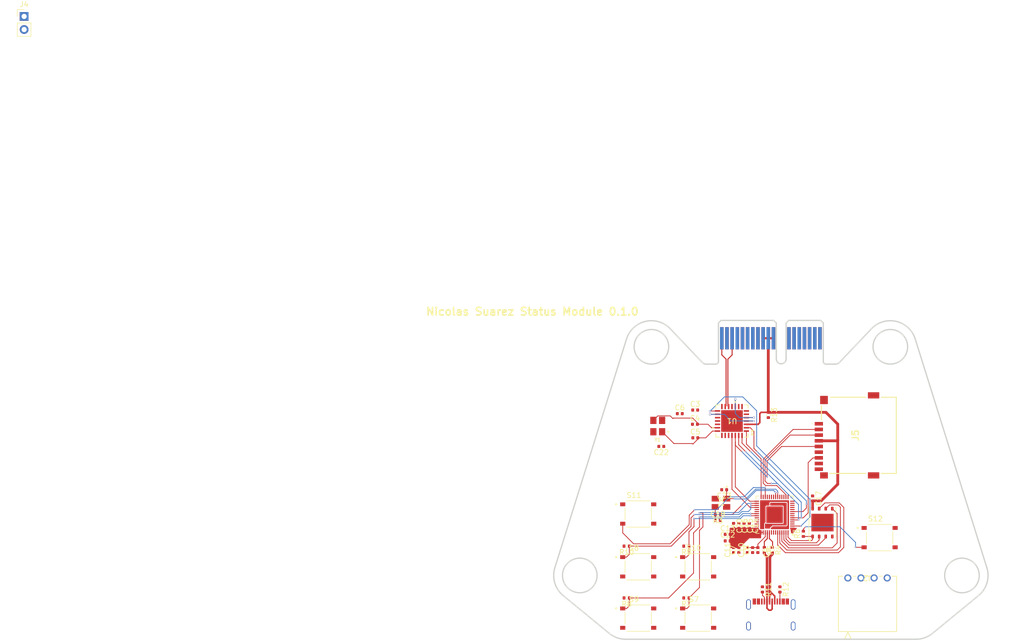
<source format=kicad_pcb>
(kicad_pcb (version 20241229) (generator "pcbnew") (generator_version "9.0")
  (layers (0 "F.Cu" signal) (2 "B.Cu" signal) (13 "F.Paste" user) (15 "B.Paste" user) (5 "F.SilkS" user "F.Silkscreen") (7 "B.SilkS" user "B.Silkscreen") (1 "F.Mask" user) (3 "B.Mask" user) (25 "Edge.Cuts" user))
  (net 0 "")
  (net 3 "+BAT")
  (net 4 "/OSC2")
  (net 5 "/OSC1")
  (net 11 "+1V1")
  (net 12 "/X_IN")
  (net 13 "Net-(C18-Pad1)")
  (net 15 "/CS_SD")
  (net 17 "GND")
  (net 18 "/MOSI")
  (net 19 "/MISO")
  (net 21 "/SCK")
  (net 25 "/X_OUT")
  (net 26 "Net-(U2-USB_DP)")
  (net 27 "/SWCLK")
  (net 28 "Net-(U2-USB_DM)")
  (net 29 "/QSPI_SS")
  (net 31 "/STBY")
  (net 32 "+3.3V")
  (net 33 "/TX")
  (net 34 "/RESET")
  (net 36 "+5V")
  (net 37 "/RX")
  (net 38 "/CS")
  (net 39 "/QSPI_SD0")
  (net 40 "/QSPI_SD3")
  (net 41 "/QSPI_SD1")
  (net 42 "/QSPI_CLK")
  (net 43 "/QSPI_SD2")
  (net 59 "/SCL")
  (net 60 "/SDA")
  (net 64 "/~{USB_BOOT_S}")
  (net 65 "Net-(U2-RUN)")
  (net 66 "/Push_B1")
  (net 67 "/Push_B2")
  (net 68 "/Push_B3")
  (net 69 "/Push_B4")
  (net 71 "/SWD")
  (net 74 "Net-(J6-CC2)")
  (net 75 "Net-(J6-CC1)")
  (net 76 "/CANL")
  (net 77 "/CANH")
  (net 78 "/INT")
  (net 79 "/USB_N")
  (net 80 "/USB_P")
  (footprint "Package_SON:WSON-8-1EP_6x5mm_P1.27mm_EP3.4x4.3mm" (layer "F.Cu") (at 156.4 99.83 90)
    (property "Reference" "U4" (hide yes))
    (property "Value" "W25Q128JVP" (hide yes))
  )
  (footprint "Capacitor_SMD:C_0402_1005Metric" (layer "F.Cu") (at 141.224 100.457 -90)
    (property "Reference" "C15")
    (property "Value" "100 nF")
  )
  (footprint "Capacitor_SMD:C_0402_1005Metric" (layer "F.Cu") (at 140.208 105.156 90)
    (property "Reference" "C7")
    (property "Value" "1 uF")
  )
  (footprint "Resistor_SMD:R_0402_1005Metric" (layer "F.Cu") (at 145.923 78.996 -90)
    (property "Reference" "R13")
    (property "Value" "10K")
  )
  (footprint "Resistor_SMD:R_0402_1005Metric" (layer "F.Cu") (at 118.491 114.427 180)
    (property "Reference" "R8")
    (property "Value" "10K")
  )
  (footprint "Resistor_SMD:R_0402_1005Metric" (layer "F.Cu") (at 130.048 114.427 180)
    (property "Reference" "R7")
    (property "Value" "10K")
  )
  (footprint "Capacitor_SMD:C_0402_1005Metric" (layer "F.Cu") (at 131.7828 83.4178)
    (property "Reference" "C5")
    (property "Value" "100 nF")
  )
  (footprint "Nicolas Library:SW_TS-1187A-B-A-B" (layer "F.Cu") (at 167.4695 102.743)
    (property "Reference" "S12")
    (property "Value" "TS-1187A-B-A-B")
  )
  (footprint "Capacitor_SMD:C_0402_1005Metric" (layer "F.Cu") (at 138.049 103.378)
    (property "Reference" "C12")
    (property "Value" "100 nF")
  )
  (footprint "Capacitor_SMD:C_0402_1005Metric" (layer "F.Cu") (at 141.859 105.156 90)
    (property "Reference" "C10")
    (property "Value" "100 nF")
  )
  (footprint "Resistor_SMD:R_0402_1005Metric" (layer "F.Cu") (at 136.16 98.298 180)
    (property "Reference" "R3")
    (property "Value" "1k")
  )
  (footprint "Capacitor_SMD:C_0402_1005Metric" (layer "F.Cu") (at 125.194 85.09 180)
    (property "Reference" "C22")
    (property "Value" "22 pF")
  )
  (footprint "Capacitor_SMD:C_0402_1005Metric" (layer "F.Cu") (at 143.891 105.156 90)
    (property "Reference" "C9")
    (property "Value" "1 uF")
  )
  (footprint "Capacitor_SMD:C_0402_1005Metric" (layer "F.Cu") (at 142.24 100.457 -90)
    (property "Reference" "C14")
    (property "Value" "100 nF")
  )
  (footprint "Nicolas Library:CONN_PPTC041LGBN-RC_SUL" (layer "F.Cu") (at 161.32 110.55 180)
    (property "Reference" "J2")
    (property "Value" "PPTC041LGBN-RC")
  )
  (footprint "Resistor_SMD:R_0402_1005Metric" (layer "F.Cu") (at 130.048 104.394 180)
    (property "Reference" "R9")
    (property "Value" "10K")
  )
  (footprint "Nicolas Library:SW_TS-1187A-B-A-B" (layer "F.Cu") (at 132.334 118.33)
    (property "Reference" "S7")
    (property "Value" "TS-1187A-B-A-B")
  )
  (footprint "Connector_USB:USB_C_Receptacle_Palconn_UTC16-G" (layer "F.Cu") (at 146.41 117.625)
    (property "Reference" "J6" (hide yes))
    (property "Value" "USB_C_Receptacle_USB2.0_16P" (hide yes))
  )
  (footprint "challenge_template:ABM8-272-T3_ABR" (layer "F.Cu") (at 136.75 96 -90)
    (property "Reference" "X1")
    (property "Value" "ABM8-272-T3")
  )
  (footprint "Capacitor_SMD:C_0402_1005Metric" (layer "F.Cu") (at 131.7078 80.7928)
    (property "Reference" "C4")
    (property "Value" "100 nF")
  )
  (footprint "Resistor_SMD:R_0402_1005Metric" (layer "F.Cu") (at 145.15 105.156 -90)
    (property "Reference" "R5")
    (property "Value" "27")
  )
  (footprint "Capacitor_SMD:C_0402_1005Metric" (layer "F.Cu") (at 136.13 99.3902)
    (property "Reference" "C18")
    (property "Value" "15 pF")
  )
  (footprint "Capacitor_SMD:C_0402_1005Metric" (layer "F.Cu") (at 128.778 78.74)
    (property "Reference" "C6")
    (property "Value" "22 pF")
  )
  (footprint "Nicolas Library:SW_TS-1187A-B-A-B" (layer "F.Cu") (at 120.727 118.33)
    (property "Reference" "S9")
    (property "Value" "TS-1187A-B-A-B")
  )
  (footprint "Capacitor_SMD:C_0402_1005Metric" (layer "F.Cu") (at 154.495 95.151 -90)
    (property "Reference" "C17")
    (property "Value" "100 nF")
  )
  (footprint "Capacitor_SMD:C_0402_1005Metric" (layer "F.Cu") (at 138.049 102.108)
    (property "Reference" "C13")
    (property "Value" "100 nF")
  )
  (footprint "challenge_template:QFN28_6X6MC_MCH" (layer "F.Cu") (at 138.88 80.164 180)
    (property "Reference" "U1")
    (property "Value" "MCP25625T-E/ML")
  )
  (footprint "challenge_template:OSC_X322516MLB4SI" (layer "F.Cu") (at 124.5078 81.1428 180)
    (property "Reference" "Y1")
    (property "Value" "X322516MLB4SI")
  )
  (footprint "Capacitor_SMD:C_0402_1005Metric" (layer "F.Cu") (at 139.192 100.457 -90)
    (property "Reference" "C20")
    (property "Value" "100 nF")
  )
  (footprint "Resistor_SMD:R_0402_1005Metric" (layer "F.Cu") (at 146.685 105.156 -90)
    (property "Reference" "R4")
    (property "Value" "27")
  )
  (footprint "Nicolas Library:SW_TS-1187A-B-A-B" (layer "F.Cu") (at 120.727 98.171)
    (property "Reference" "S11")
    (property "Value" "TS-1187A-B-A-B")
  )
  (footprint "Package_DFN_QFN:QFN-56-1EP_7x7mm_P0.4mm_EP3.2x3.2mm" (layer "F.Cu") (at 147.13 98.3025 180)
    (property "Reference" "U2" (hide yes))
    (property "Value" "RP2040" (hide yes))
  )
  (footprint "Connector_PinHeader_2.54mm:PinHeader_1x02_P2.54mm_Vertical" (layer "F.Cu") (at 1.825 1.825)
    (property "Reference" "J4")
    (property "Value" "Conn_01x02")
  )
  (footprint "Nicolas Library:TF115BCP9" (layer "F.Cu") (at 163.449 82.946 90)
    (property "Reference" "J5")
    (property "Value" "TF-115-BCP9" (hide yes))
  )
  (footprint "Resistor_SMD:R_0402_1005Metric" (layer "F.Cu") (at 118.491 104.394 180)
    (property "Reference" "R10")
    (property "Value" "10K")
  )
  (footprint "Resistor_SMD:R_0402_1005Metric" (layer "F.Cu") (at 144.78 112.776 -90)
    (property "Reference" "R11")
    (property "Value" "5.1K")
  )
  (footprint "Resistor_SMD:R_0402_1005Metric" (layer "F.Cu") (at 152.7048 102.0064 90)
    (property "Reference" "R6")
    (property "Value" "1k")
  )
  (footprint "Resistor_SMD:R_0402_1005Metric" (layer "F.Cu") (at 148.16 112.776 -90)
    (property "Reference" "R12")
    (property "Value" "5.1K")
  )
  (footprint "Capacitor_SMD:C_0402_1005Metric" (layer "F.Cu") (at 139.192 105.156 90)
    (property "Reference" "C11")
    (property "Value" "100 nF")
  )
  (footprint "Capacitor_SMD:C_0402_1005Metric" (layer "F.Cu") (at 137.37 93.472 180)
    (property "Reference" "C23")
    (property "Value" "15 pF")
  )
  (footprint "Nicolas Library:SW_TS-1187A-B-A-B" (layer "F.Cu") (at 120.727 108.3945)
    (property "Reference" "S8")
    (property "Value" "TS-1187A-B-A-B")
  )
  (footprint "Capacitor_SMD:C_0402_1005Metric" (layer "F.Cu") (at 142.875 105.156 90)
    (property "Reference" "C8")
    (property "Value" "100 nF")
  )
  (footprint "Capacitor_SMD:C_0402_1005Metric" (layer "F.Cu") (at 140.208 100.457 -90)
    (property "Reference" "C16")
    (property "Value" "100 nF")
  )
  (footprint "Nicolas Library:SW_TS-1187A-B-A-B" (layer "F.Cu") (at 132.334 108.3945)
    (property "Reference" "S10")
    (property "Value" "TS-1187A-B-A-B")
  )
  (footprint "Capacitor_SMD:C_0402_1005Metric" (layer "F.Cu") (at 131.7578 78.0428)
    (property "Reference" "C3")
    (property "Value" "100 nF")
  )
  (footprint "Connector_PCBEdge:BUS_PCIexpress_x1" (layer "B.Cu") (at 136.913 64.138595)
    (property "Reference" "J1" (hide yes))
    (property "Value" "Bus_PCI_Express_x1" (hide yes))
    (fp_line (start -0.65 -2.95) (end -0.65 4.506267) (stroke (width 0.25)) (layer "Edge.Cuts"))
    (fp_line (start -0.15 -3.45) (end -0.65 -2.95) (stroke (width 0.25)) (layer "Edge.Cuts"))
    (fp_line (start 10.05 -3.45) (end -0.15 -3.45) (stroke (width 0.25)) (layer "Edge.Cuts"))
    (fp_line (start 10.05 -3.45) (end 10.55 -2.95) (stroke (width 0.25)) (layer "Edge.Cuts"))
    (fp_line (start 10.55 -2.95) (end 10.55 4) (stroke (width 0.25)) (layer "Edge.Cuts"))
    (fp_line (start 12.45 -2.95) (end 12.45 4) (stroke (width 0.25)) (layer "Edge.Cuts"))
    (fp_line (start 12.95 -3.45) (end 12.45 -2.95) (stroke (width 0.25)) (layer "Edge.Cuts"))
    (fp_line (start 19.15 -3.45) (end 12.95 -3.45) (stroke (width 0.25)) (layer "Edge.Cuts"))
    (fp_line (start 19.15 -3.45) (end 19.65 -2.95) (stroke (width 0.25)) (layer "Edge.Cuts"))
    (fp_line (start 19.65 4.506267) (end 19.65 -2.95) (stroke (width 0.25)) (layer "Edge.Cuts"))
    (fp_arc (start 12.45 4) (mid 11.5 4.95) (end 10.55 4) (stroke (width 0.25)) (layer "Edge.Cuts"))
  )
  (gr_line (start 159.678146 68.835513) (end 165.883818 62.312636) (stroke (width 0.25)) (layer "Edge.Cuts"))
  (gr_line (start 133.143972 68.831791) (end 126.941843 62.312637) (stroke (width 0.25)) (layer "Edge.Cuts"))
  (gr_line (start 174.511605 122.419976) (end 118.31403 122.419976) (stroke (width 0.25)) (layer "Edge.Cuts"))
  (gr_circle (center 183.413305 110.068595) (end 180.063305 110.068595) (stroke (width 0.25)) (fill no) (layer "Edge.Cuts"))
  (gr_arc (start 159.678146 68.835513) (mid 159.347804 69.065283) (end 158.95364 69.146243) (stroke (width 0.25)) (layer "Edge.Cuts"))
  (gr_arc (start 188.23235 108.558858) (mid 188.252259 111.513246) (end 186.615928 113.973169) (stroke (width 0.25)) (layer "Edge.Cuts"))
  (gr_line (start 133.87203 69.146243) (end 135.755183 69.146243) (stroke (width 0.25)) (layer "Edge.Cuts"))
  (gr_arc (start 118.31403 122.419976) (mid 116.613396 122.125003) (end 115.111431 121.274551) (stroke (width 0.25)) (layer "Edge.Cuts"))
  (gr_line (start 158.95364 69.146243) (end 157.070478 69.146243) (stroke (width 0.25)) (layer "Edge.Cuts"))
  (gr_line (start 174.361605 64.283721) (end 174.361606 64.283721) (stroke (width 0.25)) (layer "Edge.Cuts"))
  (gr_line (start 186.615928 113.973169) (end 177.714231 121.274549) (stroke (width 0.25)) (layer "Edge.Cuts"))
  (gr_arc (start 133.87203 69.146243) (mid 133.475493 69.064276) (end 133.143972 68.831791) (stroke (width 0.25)) (layer "Edge.Cuts"))
  (gr_arc (start 165.883818 62.312636) (mid 170.686181 60.874652) (end 174.361605 64.283721) (stroke (width 0.25)) (layer "Edge.Cuts"))
  (gr_arc (start 118.464055 64.28372) (mid 122.13948 60.874652) (end 126.941843 62.312637) (stroke (width 0.25)) (layer "Edge.Cuts"))
  (gr_circle (center 109.412355 110.068595) (end 106.062355 110.068595) (stroke (width 0.25)) (fill no) (layer "Edge.Cuts"))
  (gr_arc (start 136.255183 68.646276) (mid 136.108734 68.999813) (end 135.755183 69.146243) (stroke (width 0.25)) (layer "Edge.Cuts"))
  (gr_line (start 174.361606 64.283721) (end 188.23235 108.558858) (stroke (width 0.25)) (layer "Edge.Cuts"))
  (gr_circle (center 169.54256 65.793456) (end 166.19256 65.793456) (stroke (width 0.25)) (fill no) (layer "Edge.Cuts"))
  (gr_circle (center 123.2831 65.793456) (end 119.9331 65.793456) (stroke (width 0.25)) (fill no) (layer "Edge.Cuts"))
  (gr_line (start 106.209767 113.973198) (end 115.111431 121.274551) (stroke (width 0.25)) (layer "Edge.Cuts"))
  (gr_line (start 118.464055 64.28372) (end 118.464054 64.28372) (stroke (width 0.25)) (layer "Edge.Cuts"))
  (gr_arc (start 157.070478 69.146243) (mid 156.716924 68.999796) (end 156.570477 68.646242) (stroke (width 0.25)) (layer "Edge.Cuts"))
  (gr_line (start 118.464054 64.28372) (end 104.588376 108.574607) (stroke (width 0.25)) (layer "Edge.Cuts"))
  (gr_arc (start 106.209767 113.973198) (mid 104.575789 111.521169) (end 104.588376 108.574607) (stroke (width 0.25)) (layer "Edge.Cuts"))
  (gr_arc (start 177.714231 121.274549) (mid 176.212253 122.125005) (end 174.511605 122.419976) (stroke (width 0.25)) (layer "Edge.Cuts"))
  (gr_text "Nicolas Suarez Status Module 0.1.0\n" (at 79.49 59.85 0) (layer "F.SilkS") (effects (font (size 1.5 1.5) (thickness 0.3) (bold yes)) (justify left bottom)))
  (segment (start 126.9188 79.1668) (end 124.5338 79.1668) (width 0.15) (layer "F.Cu") (net 4))
  (segment (start 134.2344 80.7928) (end 132.4828 80.7928) (width 0.15) (layer "F.Cu") (net 4))
  (segment (start 127.5588 79.6036) (end 127.4572 79.7052) (width 0.15) (layer "F.Cu") (net 4))
  (segment (start 124.5338 79.1668) (end 123.6578 80.0428) (width 0.15) (layer "F.Cu") (net 4))
  (segment (start 136.086 81.464) (end 134.944 81.464) (width 0.15) (layer "F.Cu") (net 4))
  (segment (start 134.944 81.464) (end 134.9248 81.4832) (width 0.15) (layer "F.Cu") (net 4))
  (segment (start 127.4572 79.7052) (end 126.9188 79.1668) (width 0.15) (layer "F.Cu") (net 4))
  (segment (start 132.4828 80.7928) (end 131.2936 79.6036) (width 0.15) (layer "F.Cu") (net 4))
  (segment (start 131.2936 79.6036) (end 127.5588 79.6036) (width 0.15) (layer "F.Cu") (net 4))
  (segment (start 134.9248 81.4832) (end 134.2344 80.7928) (width 0.15) (layer "F.Cu") (net 4))
  (segment (start 136.086 82.113999) (end 135.106801 82.113999) (width 0.15) (layer "F.Cu") (net 5))
  (segment (start 127.6096 84.4946) (end 125.3578 82.2428) (width 0.15) (layer "F.Cu") (net 5))
  (segment (start 132.5578 83.4178) (end 132.533 83.4178) (width 0.15) (layer "F.Cu") (net 5))
  (segment (start 131.2164 84.5312) (end 127.6096 84.5312) (width 0.15) (layer "F.Cu") (net 5))
  (segment (start 133.803 83.4178) (end 132.5578 83.4178) (width 0.15) (layer "F.Cu") (net 5))
  (segment (start 135.106801 82.113999) (end 133.803 83.4178) (width 0.15) (layer "F.Cu") (net 5))
  (segment (start 127.6096 84.5312) (end 127.6096 84.4946) (width 0.15) (layer "F.Cu") (net 5))
  (segment (start 132.533 83.4178) (end 131.318 84.6328) (width 0.15) (layer "F.Cu") (net 5))
  (segment (start 131.318 84.6328) (end 131.2164 84.5312) (width 0.15) (layer "F.Cu") (net 5))
  (segment (start 145.33 102.574) (end 145.33 101.74) (width 0.15) (layer "F.Cu") (net 11))
  (segment (start 143.891 104.013) (end 145.33 102.574) (width 0.15) (layer "F.Cu") (net 11))
  (segment (start 143.891 104.577) (end 143.891 104.013) (width 0.15) (layer "F.Cu") (net 11))
  (segment (start 141.859 104.676) (end 143.891 104.676) (width 0.15) (layer "F.Cu") (net 11))
  (segment (start 137.85 93.472) (end 137.85 95.199999) (width 0.15) (layer "F.Cu") (net 12))
  (segment (start 147.73 94.865) (end 147.73 94.009) (width 0.15) (layer "F.Cu") (net 12))
  (segment (start 139.268999 95.199999) (end 137.85 95.199999) (width 0.15) (layer "F.Cu") (net 12))
  (via (at 147.7264 93.98) (size 0.3) (drill 0.2) (layers "F.Cu" "B.Cu") (net 12))
  (via (at 139.3444 95.2246) (size 0.3) (drill 0.2) (layers "F.Cu" "B.Cu") (net 12))
  (segment (start 143.4592 93.3704) (end 147.3708 93.3704) (width 0.15) (layer "B.Cu") (net 12))
  (segment (start 147.3708 93.3704) (end 147.7264 93.726) (width 0.15) (layer "B.Cu") (net 12))
  (segment (start 147.7264 93.726) (end 147.7264 93.98) (width 0.15) (layer "B.Cu") (net 12))
  (segment (start 139.3698 95.25) (end 141.5796 95.25) (width 0.15) (layer "B.Cu") (net 12))
  (segment (start 141.5796 95.25) (end 143.4592 93.3704) (width 0.15) (layer "B.Cu") (net 12))
  (segment (start 139.3444 95.2246) (end 139.3698 95.25) (width 0.15) (layer "B.Cu") (net 12))
  (segment (start 135.65 99.3902) (end 135.65 98.298) (width 0.15) (layer "F.Cu") (net 13))
  (segment (start 135.65 98.298) (end 135.65 96.800001) (width 0.15) (layer "F.Cu") (net 13))
  (segment (start 144.9324 87.5792) (end 144.9324 92.202) (width 0.15) (layer "F.Cu") (net 15))
  (segment (start 150.7156 81.796) (end 144.9324 87.5792) (width 0.15) (layer "F.Cu") (net 15))
  (segment (start 145.3896 92.6592) (end 147.5617 92.6592) (width 0.15) (layer "F.Cu") (net 15))
  (segment (start 147.5617 92.6592) (end 149.33 94.4275) (width 0.15) (layer "F.Cu") (net 15))
  (segment (start 144.9324 92.202) (end 145.3896 92.6592) (width 0.15) (layer "F.Cu") (net 15))
  (segment (start 149.33 94.4275) (end 149.33 94.865) (width 0.15) (layer "F.Cu") (net 15))
  (segment (start 155.699 81.796) (end 150.7156 81.796) (width 0.15) (layer "F.Cu") (net 15))
  (segment (start 150.579 99.314) (end 150.5675 99.3025) (width 0.15) (layer "F.Cu") (net 18))
  (segment (start 155.699 82.896) (end 150.1236 82.896) (width 0.15) (layer "F.Cu") (net 18))
  (segment (start 141.5796 86.1314) (end 141.5542 86.1314) (width 0.15) (layer "F.Cu") (net 18))
  (segment (start 145.7452 92.2528) (end 146.4564 92.2528) (width 0.15) (layer "F.Cu") (net 18))
  (segment (start 151.765 99.314) (end 150.579 99.314) (width 0.15) (layer "F.Cu") (net 18))
  (segment (start 150.1236 82.896) (end 145.288 87.7316) (width 0.15) (layer "F.Cu") (net 18))
  (segment (start 140.18 84.7572) (end 140.18 82.958) (width 0.15) (layer "F.Cu") (net 18))
  (segment (start 145.288 87.7316) (end 145.288 91.7956) (width 0.15) (layer "F.Cu") (net 18))
  (segment (start 145.288 91.7956) (end 145.7452 92.2528) (width 0.15) (layer "F.Cu") (net 18))
  (segment (start 141.5542 86.1314) (end 140.18 84.7572) (width 0.15) (layer "F.Cu") (net 18))
  (via (at 151.7904 99.2632) (size 0.3) (drill 0.2) (layers "F.Cu" "B.Cu") (net 18))
  (via (at 141.5796 86.1314) (size 0.3) (drill 0.2) (layers "F.Cu" "B.Cu") (net 18))
  (via (at 146.5072 92.2528) (size 0.3) (drill 0.2) (layers "F.Cu" "B.Cu") (net 18))
  (segment (start 147.6248 92.202) (end 151.765 96.3422) (width 0.15) (layer "B.Cu") (net 18))
  (segment (start 141.5796 86.1314) (end 141.5796 86.1568) (width 0.15) (layer "B.Cu") (net 18))
  (segment (start 146.8628 91.44) (end 147.6248 92.202) (width 0.15) (layer "B.Cu") (net 18))
  (segment (start 146.5072 92.2528) (end 147.574 92.2528) (width 0.15) (layer "B.Cu") (net 18))
  (segment (start 146.7104 91.2876) (end 146.8628 91.44) (width 0.15) (layer "B.Cu") (net 18))
  (segment (start 141.5796 86.1568) (end 146.7104 91.2876) (width 0.15) (layer "B.Cu") (net 18))
  (segment (start 151.765 96.3422) (end 151.765 99.314) (width 0.15) (layer "B.Cu") (net 18))
  (segment (start 152.2984 98.9076) (end 152.6794 98.9076) (width 0.15) (layer "F.Cu") (net 19))
  (segment (start 150.57 98.9) (end 150.5675 98.9025) (width 0.2) (layer "F.Cu") (net 19))
  (segment (start 150.5675 98.9025) (end 152.273 98.9025) (width 0.15) (layer "F.Cu") (net 19))
  (segment (start 152.6794 98.9076) (end 153.6404 97.9466) (width 0.15) (layer "F.Cu") (net 19))
  (segment (start 153.6404 97.9466) (end 153.6404 88.2184) (width 0.15) (layer "F.Cu") (net 19))
  (segment (start 140.829999 84.441999) (end 140.829999 82.958) (width 0.15) (layer "F.Cu") (net 19))
  (segment (start 142.5194 86.1314) (end 140.829999 84.441999) (width 0.15) (layer "F.Cu") (net 19))
  (segment (start 153.6404 88.2184) (end 154.5628 87.296) (width 0.15) (layer "F.Cu") (net 19))
  (segment (start 154.5628 87.296) (end 155.699 87.296) (width 0.15) (layer "F.Cu") (net 19))
  (segment (start 142.5448 86.1314) (end 142.5194 86.1314) (width 0.15) (layer "F.Cu") (net 19))
  (via (at 142.5448 86.1314) (size 0.3) (drill 0.2) (layers "F.Cu" "B.Cu") (net 19))
  (via (at 152.2984 98.9076) (size 0.3) (drill 0.2) (layers "F.Cu" "B.Cu") (net 19))
  (segment (start 152.2984 95.885) (end 152.2984 98.9076) (width 0.15) (layer "B.Cu") (net 19))
  (segment (start 142.5448 86.1314) (end 152.2984 95.885) (width 0.15) (layer "B.Cu") (net 19))
  (segment (start 139.529999 84.201) (end 139.529999 84.709) (width 0.15) (layer "F.Cu") (net 21))
  (segment (start 148.4824 85.096) (end 145.669 87.9094) (width 0.15) (layer "F.Cu") (net 21))
  (segment (start 139.529999 92.920999) (end 142.3115 95.7025) (width 0.15) (layer "F.Cu") (net 21))
  (segment (start 155.699 85.096) (end 148.4824 85.096) (width 0.15) (layer "F.Cu") (net 21))
  (segment (start 139.529999 82.958) (end 139.529999 84.201) (width 0.15) (layer "F.Cu") (net 21))
  (segment (start 140.87475 86.20125) (end 139.529999 84.856499) (width 0.15) (layer "F.Cu") (net 21))
  (segment (start 139.529999 84.856499) (end 139.529999 84.201) (width 0.15) (layer "F.Cu") (net 21))
  (segment (start 142.3115 95.7025) (end 143.6925 95.7025) (width 0.15) (layer "F.Cu") (net 21))
  (segment (start 145.669 87.9094) (end 145.669 91.059) (width 0.15) (layer "F.Cu") (net 21))
  (segment (start 139.529999 84.709) (end 139.529999 92.920999) (width 0.15) (layer "F.Cu") (net 21))
  (via (at 145.669 91.059) (size 0.3) (drill 0.2) (layers "F.Cu" "B.Cu") (net 21))
  (via (at 140.87475 86.1314) (size 0.3) (drill 0.2) (layers "F.Cu" "B.Cu") (net 21))
  (segment (start 140.87475 86.21395) (end 145.669 91.0082) (width 0.15) (layer "B.Cu") (net 21))
  (segment (start 145.669 91.0082) (end 145.669 91.059) (width 0.15) (layer "B.Cu") (net 21))
  (segment (start 140.87475 86.20125) (end 140.87475 86.21395) (width 0.15) (layer "B.Cu") (net 21))
  (segment (start 147.32 94.855) (end 147.33 94.865) (width 0.15) (layer "F.Cu") (net 25))
  (segment (start 138.938 98.298) (end 140.752183 96.483817) (width 0.15) (layer "F.Cu") (net 25))
  (segment (start 136.67 98.298) (end 138.938 98.298) (width 0.15) (layer "F.Cu") (net 25))
  (segment (start 147.33 94.865) (end 147.33 93.99) (width 0.15) (layer "F.Cu") (net 25))
  (via (at 147.32 93.98) (size 0.3) (drill 0.2) (layers "F.Cu" "B.Cu") (net 25))
  (via (at 140.7668 96.4438) (size 0.3) (drill 0.2) (layers "F.Cu" "B.Cu") (net 25))
  (segment (start 147.32 93.98) (end 146.9644 93.6244) (width 0.15) (layer "B.Cu") (net 25))
  (segment (start 140.7668 96.4184) (end 140.7668 96.4438) (width 0.15) (layer "B.Cu") (net 25))
  (segment (start 146.9644 93.6244) (end 143.5608 93.6244) (width 0.15) (layer "B.Cu") (net 25))
  (segment (start 143.5608 93.6244) (end 140.7668 96.4184) (width 0.15) (layer "B.Cu") (net 25))
  (segment (start 146.74 104.646) (end 146.74 103.55) (width 0.2) (layer "F.Cu") (net 26))
  (segment (start 146.74 103.55) (end 146.13 102.94) (width 0.2) (layer "F.Cu") (net 26))
  (segment (start 146.13 102.94) (end 146.13 101.74) (width 0.2) (layer "F.Cu") (net 26))
  (segment (start 145.15 104.646) (end 145.15 103.51) (width 0.2) (layer "F.Cu") (net 28))
  (segment (start 145.73 102.93) (end 145.73 101.74) (width 0.2) (layer "F.Cu") (net 28))
  (segment (start 145.15 103.51) (end 145.73 102.93) (width 0.2) (layer "F.Cu") (net 28))
  (segment (start 149.73 102.66) (end 149.73 101.74) (width 0.15) (layer "F.Cu") (net 29))
  (segment (start 154.275 103.325) (end 150.395 103.325) (width 0.15) (layer "F.Cu") (net 29))
  (segment (start 154.495 103.105) (end 154.275 103.325) (width 0.15) (layer "F.Cu") (net 29))
  (segment (start 154.495 102.53) (end 154.495 103.105) (width 0.15) (layer "F.Cu") (net 29))
  (segment (start 152.7048 102.5164) (end 154.4814 102.5164) (width 0.15) (layer "F.Cu") (net 29))
  (segment (start 154.4814 102.5164) (end 154.495 102.53) (width 0.15) (layer "F.Cu") (net 29))
  (segment (start 150.395 103.325) (end 149.73 102.66) (width 0.15) (layer "F.Cu") (net 29))
  (segment (start 136.086 78.213999) (end 136.227599 78.213999) (width 0.15) (layer "F.Cu") (net 31))
  (segment (start 136.227599 78.213999) (end 136.2456 78.232) (width 0.15) (layer "F.Cu") (net 31))
  (segment (start 136.2456 78.232) (end 134.6708 78.232) (width 0.15) (layer "F.Cu") (net 31))
  (segment (start 134.6708 78.232) (end 134.62 78.2828) (width 0.15) (layer "F.Cu") (net 31))
  (segment (start 152.2275 100.5025) (end 150.5675 100.5025) (width 0.15) (layer "F.Cu") (net 31))
  (segment (start 152.2476 100.4824) (end 152.2275 100.5025) (width 0.15) (layer "F.Cu") (net 31))
  (via (at 134.62 78.2828) (size 0.4) (drill 0.3) (layers "F.Cu" "B.Cu") (net 31))
  (via (at 152.2476 100.5332) (size 0.3) (drill 0.2) (layers "F.Cu" "B.Cu") (net 31))
  (segment (start 143.6624 78.1812) (end 143.6624 84.9884) (width 0.15) (layer "B.Cu") (net 31))
  (segment (start 140.97 75.4888) (end 143.6624 78.1812) (width 0.15) (layer "B.Cu") (net 31))
  (segment (start 153.9748 98.7552) (end 152.2476 100.4824) (width 0.15) (layer "B.Cu") (net 31))
  (segment (start 134.62 78.2828) (end 137.414 75.4888) (width 0.15) (layer "B.Cu") (net 31))
  (segment (start 153.9748 95.3008) (end 153.9748 98.7552) (width 0.15) (layer "B.Cu") (net 31))
  (segment (start 137.414 75.4888) (end 140.97 75.4888) (width 0.15) (layer "B.Cu") (net 31))
  (segment (start 143.6624 84.9884) (end 153.9748 95.3008) (width 0.15) (layer "B.Cu") (net 31))
  (segment (start 144.526 78.486) (end 144.272 78.74) (width 0.3048) (layer "F.Cu") (net 32))
  (segment (start 159.2344 83.996) (end 155.699 83.996) (width 0.54) (layer "F.Cu") (net 32))
  (segment (start 144.913 64.138595) (end 146.913 64.138595) (width 0.4) (layer "F.Cu") (net 32))
  (segment (start 154.495 97.13) (end 154.495 95.631) (width 0.5) (layer "F.Cu") (net 32))
  (segment (start 144.272 78.74) (end 144.272 80.4672) (width 0.3048) (layer "F.Cu") (net 32))
  (segment (start 145.913 78.312) (end 145.725 78.5) (width 0.15) (layer "F.Cu") (net 32))
  (segment (start 157.0736 78.486) (end 159.3596 80.772) (width 0.54) (layer "F.Cu") (net 32))
  (segment (start 145.923 78.486) (end 144.526 78.486) (width 0.3048) (layer "F.Cu") (net 32))
  (segment (start 159.3596 92.4052) (end 156.1338 95.631) (width 0.54) (layer "F.Cu") (net 32))
  (segment (start 144.93 101.74) (end 144.53 101.74) (width 0.15) (layer "F.Cu") (net 32))
  (segment (start 143.925201 80.813999) (end 141.674 80.813999) (width 0.3048) (layer "F.Cu") (net 32))
  (segment (start 156.1338 95.631) (end 154.495 95.631) (width 0.54) (layer "F.Cu") (net 32))
  (segment (start 144.272 80.4672) (end 143.925201 80.813999) (width 0.3048) (layer "F.Cu") (net 32))
  (segment (start 159.3596 83.8708) (end 159.2344 83.996) (width 0.54) (layer "F.Cu") (net 32))
  (segment (start 159.3596 83.8708) (end 159.3596 92.4052) (width 0.54) (layer "F.Cu") (net 32))
  (segment (start 145.913 64.138595) (end 145.913 78.312) (width 0.54) (layer "F.Cu") (net 32))
  (segment (start 159.3596 80.772) (end 159.3596 83.8708) (width 0.54) (layer "F.Cu") (net 32))
  (segment (start 145.923 78.486) (end 157.0736 78.486) (width 0.54) (layer "F.Cu") (net 32))
  (segment (start 143.129 80.137) (end 143.102 80.164) (width 0.15) (layer "F.Cu") (net 33))
  (segment (start 134.62 78.867) (end 136.083 78.867) (width 0.15) (layer "F.Cu") (net 33))
  (segment (start 141.674 80.164) (end 143.102 80.164) (width 0.15) (layer "F.Cu") (net 33))
  (segment (start 136.083 78.867) (end 136.086 78.864) (width 0.15) (layer "F.Cu") (net 33))
  (via (at 143.102 80.164) (size 0.4) (drill 0.3) (layers "F.Cu" "B.Cu") (net 33))
  (via (at 134.62 78.867) (size 0.4) (drill 0.3) (layers "F.Cu" "B.Cu") (net 33))
  (segment (start 143.075 80.137) (end 138.684 80.137) (width 0.15) (layer "B.Cu") (net 33))
  (segment (start 138.684 80.137) (end 137.414 78.867) (width 0.15) (layer "B.Cu") (net 33))
  (segment (start 143.102 80.164) (end 143.075 80.137) (width 0.15) (layer "B.Cu") (net 33))
  (segment (start 134.62 78.867) (end 134.874 78.867) (width 0.15) (layer "B.Cu") (net 33))
  (segment (start 137.414 78.867) (end 134.62 78.867) (width 0.15) (layer "B.Cu") (net 33))
  (segment (start 153.289 96.647) (end 153.289 96.139) (width 0.15) (layer "F.Cu") (net 34))
  (segment (start 152.6145 97.7025) (end 152.654 97.663) (width 0.15) (layer "F.Cu") (net 34))
  (segment (start 150.5675 97.7025) (end 152.6145 97.7025) (width 0.15) (layer "F.Cu") (net 34))
  (segment (start 143.764 86.106) (end 143.129 85.471) (width 0.15) (layer "F.Cu") (net 34))
  (segment (start 142.424 81.464) (end 141.674 81.464) (width 0.15) (layer "F.Cu") (net 34))
  (segment (start 143.129 85.471) (end 143.129 82.169) (width 0.15) (layer "F.Cu") (net 34))
  (segment (start 153.289 97.028) (end 153.289 96.647) (width 0.15) (layer "F.Cu") (net 34))
  (segment (start 152.654 97.663) (end 153.289 97.028) (width 0.15) (layer "F.Cu") (net 34))
  (segment (start 143.129 82.169) (end 142.424 81.464) (width 0.15) (layer "F.Cu") (net 34))
  (via (at 143.764 86.106) (size 0.3) (drill 0.2) (layers "F.Cu" "B.Cu") (net 34))
  (via (at 153.3144 96.266) (size 0.3) (drill 0.2) (layers "F.Cu" "B.Cu") (net 34))
  (segment (start 153.289 95.631) (end 143.764 86.106) (width 0.15) (layer "B.Cu") (net 34))
  (segment (start 153.289 96.139) (end 153.289 95.631) (width 0.15) (layer "B.Cu") (net 34))
  (segment (start 139.5222 75.9206) (end 139.5222 77.362199) (width 0.15) (layer "F.Cu") (net 37))
  (segment (start 143.116999 79.514001) (end 143.129 79.502) (width 0.15) (layer "F.Cu") (net 37))
  (segment (start 141.674 79.514001) (end 143.116999 79.514001) (width 0.15) (layer "F.Cu") (net 37))
  (segment (start 139.5222 77.362199) (end 139.530001 77.37) (width 0.15) (layer "F.Cu") (net 37))
  (via (at 139.5222 75.9206) (size 0.4) (drill 0.3) (layers "F.Cu" "B.Cu") (net 37))
  (via (at 143.129 79.502) (size 0.4) (drill 0.3) (layers "F.Cu" "B.Cu") (net 37))
  (segment (start 139.5222 78.7146) (end 140.3096 79.502) (width 0.15) (layer "B.Cu") (net 37))
  (segment (start 139.5222 75.9206) (end 139.5222 78.7146) (width 0.15) (layer "B.Cu") (net 37))
  (segment (start 140.3096 79.502) (end 143.129 79.502) (width 0.15) (layer "B.Cu") (net 37))
  (segment (start 141.674 82.114001) (end 141.674 84.6256) (width 0.15) (layer "F.Cu") (net 38))
  (segment (start 144.53 87.4816) (end 144.53 94.865) (width 0.15) (layer "F.Cu") (net 38))
  (segment (start 141.674 84.6256) (end 144.53 87.4816) (width 0.15) (layer "F.Cu") (net 38))
  (segment (start 158.3 104.725) (end 149.821104 104.725) (width 0.15) (layer "F.Cu") (net 39))
  (segment (start 159.25 103.775) (end 158.3 104.725) (width 0.15) (layer "F.Cu") (net 39))
  (segment (start 148.53 103.433896) (end 148.53 101.74) (width 0.15) (layer "F.Cu") (net 39))
  (segment (start 158.305 97.13) (end 159.25 98.075) (width 0.15) (layer "F.Cu") (net 39))
  (segment (start 159.25 98.075) (end 159.25 103.775) (width 0.15) (layer "F.Cu") (net 39))
  (segment (start 149.821104 104.725) (end 148.53 103.433896) (width 0.15) (layer "F.Cu") (net 39))
  (segment (start 156.883 96.012) (end 159.639 96.012) (width 0.15) (layer "F.Cu") (net 40))
  (segment (start 159.639 96.012) (end 160.528 96.901) (width 0.15) (layer "F.Cu") (net 40))
  (segment (start 155.765 97.13) (end 156.883 96.012) (width 0.15) (layer "F.Cu") (net 40))
  (segment (start 147.73 104.169) (end 147.73 101.74) (width 0.15) (layer "F.Cu") (net 40))
  (segment (start 159.512 105.664) (end 149.225 105.664) (width 0.15) (layer "F.Cu") (net 40))
  (segment (start 160.528 104.648) (end 159.512 105.664) (width 0.15) (layer "F.Cu") (net 40))
  (segment (start 149.225 105.664) (end 147.73 104.169) (width 0.15) (layer "F.Cu") (net 40))
  (segment (start 160.528 96.901) (end 160.528 104.648) (width 0.15) (layer "F.Cu") (net 40))
  (segment (start 155.225 103.75) (end 150.075 103.75) (width 0.15) (layer "F.Cu") (net 41))
  (segment (start 155.765 102.53) (end 155.765 103.21) (width 0.15) (layer "F.Cu") (net 41))
  (segment (start 149.33 103.01) (end 149.33 101.74) (width 0.15) (layer "F.Cu") (net 41))
  (segment (start 149.3325 103.0075) (end 149.33 103.01) (width 0.15) (layer "F.Cu") (net 41))
  (segment (start 150.075 103.75) (end 149.3325 103.0075) (width 0.15) (layer "F.Cu") (net 41))
  (segment (start 155.765 103.21) (end 155.225 103.75) (width 0.15) (layer "F.Cu") (net 41))
  (segment (start 159.420656 96.4) (end 159.875 96.854344) (width 0.15) (layer "F.Cu") (net 42))
  (segment (start 157.765 96.4) (end 159.420656 96.4) (width 0.15) (layer "F.Cu") (net 42))
  (segment (start 157.035 97.13) (end 157.765 96.4) (width 0.15) (layer "F.Cu") (net 42))
  (segment (start 149.506 105.156) (end 148.13 103.78) (width 0.15) (layer "F.Cu") (net 42))
  (segment (start 148.13 103.78) (end 148.13 101.74) (width 0.15) (layer "F.Cu") (net 42))
  (segment (start 159.875 96.854344) (end 159.875 104.539) (width 0.15) (layer "F.Cu") (net 42))
  (segment (start 159.875 104.539) (end 159.258 105.156) (width 0.15) (layer "F.Cu") (net 42))
  (segment (start 159.258 105.156) (end 149.506 105.156) (width 0.15) (layer "F.Cu") (net 42))
  (segment (start 155.625 104.2) (end 149.95 104.2) (width 0.15) (layer "F.Cu") (net 43))
  (segment (start 149.95 104.2) (end 148.93 103.18) (width 0.15) (layer "F.Cu") (net 43))
  (segment (start 148.93 103.18) (end 148.93 101.74) (width 0.15) (layer "F.Cu") (net 43))
  (segment (start 157.035 102.53) (end 157.035 102.79) (width 0.15) (layer "F.Cu") (net 43))
  (segment (start 157.035 102.79) (end 155.625 104.2) (width 0.15) (layer "F.Cu") (net 43))
  (segment (start 152.7048 101.092) (end 153.162 100.6348) (width 0.15) (layer "F.Cu") (net 64))
  (segment (start 162.814 104.5464) (end 162.8856 104.618) (width 0.15) (layer "F.Cu") (net 64))
  (segment (start 162.8856 104.618) (end 164.4695 104.618) (width 0.15) (layer "F.Cu") (net 64))
  (segment (start 152.7048 101.4964) (end 152.7048 101.092) (width 0.15) (layer "F.Cu") (net 64))
  (via (at 162.814 104.5972) (size 0.3) (drill 0.2) (layers "F.Cu" "B.Cu") (net 64))
  (via (at 153.162 100.6348) (size 0.3) (drill 0.2) (layers "F.Cu" "B.Cu") (net 64))
  (segment (start 162.814 104.5464) (end 162.814 104.648) (width 0.15) (layer "B.Cu") (net 64))
  (segment (start 159.766 100.6348) (end 160.6804 101.5492) (width 0.15) (layer "B.Cu") (net 64))
  (segment (start 160.6804 101.5492) (end 162.814 103.6828) (width 0.15) (layer "B.Cu") (net 64))
  (segment (start 153.162 100.6348) (end 159.766 100.6348) (width 0.15) (layer "B.Cu") (net 64))
  (segment (start 162.814 103.6828) (end 162.814 104.5464) (width 0.15) (layer "B.Cu") (net 64))
  (segment (start 131.6228 97.3836) (end 130.6068 98.3996) (width 0.15) (layer "F.Cu") (net 65))
  (segment (start 119.8372 103.9368) (end 117.727 101.8266) (width 0.15) (layer "F.Cu") (net 65))
  (segment (start 126.8984 103.9368) (end 119.8372 103.9368) (width 0.15) (layer "F.Cu") (net 65))
  (segment (start 117.727 101.8266) (end 117.727 100.046) (width 0.15) (layer "F.Cu") (net 65))
  (segment (start 145.33 94.865) (end 145.33 93.1252) (width 0.15) (layer "F.Cu") (net 65))
  (segment (start 130.6068 100.2284) (end 126.8984 103.9368) (width 0.15) (layer "F.Cu") (net 65))
  (segment (start 130.6068 98.3996) (end 130.6068 100.2284) (width 0.15) (layer "F.Cu") (net 65))
  (segment (start 145.33 93.1252) (end 145.3388 93.1164) (width 0.15) (layer "F.Cu") (net 65))
  (via (at 131.6228 97.3836) (size 0.3) (drill 0.2) (layers "F.Cu" "B.Cu") (net 65))
  (via (at 145.3388 93.0454) (size 0.3) (drill 0.2) (layers "F.Cu" "B.Cu") (net 65))
  (segment (start 141.224 94.8436) (end 138.43 94.8436) (width 0.15) (layer "B.Cu") (net 65))
  (segment (start 138.43 94.8436) (end 135.9408 97.3328) (width 0.15) (layer "B.Cu") (net 65))
  (segment (start 131.6736 97.3328) (end 131.6228 97.3836) (width 0.15) (layer "B.Cu") (net 65))
  (segment (start 143.0222 93.0454) (end 141.224 94.8436) (width 0.15) (layer "B.Cu") (net 65))
  (segment (start 145.3388 93.0454) (end 143.0222 93.0454) (width 0.15) (layer "B.Cu") (net 65))
  (segment (start 135.9408 97.3328) (end 131.6736 97.3328) (width 0.15) (layer "B.Cu") (net 65))
  (segment (start 133.2484 100.6856) (end 132.588 101.346) (width 0.15) (layer "F.Cu") (net 66))
  (segment (start 129.334 116.455) (end 130.179 116.455) (width 0.15) (layer "F.Cu") (net 66))
  (segment (start 130.556 114.429) (end 130.558 114.427) (width 0.15) (layer "F.Cu") (net 66))
  (segment (start 132.588 101.346) (end 132.588 112.397) (width 0.15) (layer "F.Cu") (net 66))
  (segment (start 132.588 112.397) (end 130.558 114.427) (width 0.15) (layer "F.Cu") (net 66))
  (segment (start 143.6925 96.1025) (end 142.5226 96.1025) (width 0.15) (layer "F.Cu") (net 66))
  (segment (start 133.1468 97.9424) (end 133.2484 98.044) (width 0.15) (layer "F.Cu") (net 66))
  (segment (start 130.179 116.455) (end 130.556 116.078) (width 0.15) (layer "F.Cu") (net 66))
  (segment (start 132.588 97.9424) (end 133.1468 97.9424) (width 0.15) (layer "F.Cu") (net 66))
  (segment (start 130.556 116.078) (end 130.556 114.429) (width 0.15) (layer "F.Cu") (net 66))
  (segment (start 142.5226 96.1025) (end 142.5115 96.1136) (width 0.15) (layer "F.Cu") (net 66))
  (segment (start 133.2484 98.044) (end 133.2484 100.6856) (width 0.15) (layer "F.Cu") (net 66))
  (segment (start 143.72825 96.139) (end 143.69175 96.1025) (width 0.15) (layer "F.Cu") (net 66))
  (via (at 132.588 97.9424) (size 0.3) (drill 0.2) (layers "F.Cu" "B.Cu") (net 66))
  (via (at 142.5115 96.1136) (size 0.3) (drill 0.2) (layers "F.Cu" "B.Cu") (net 66))
  (segment (start 140.1572 97.8916) (end 141.9352 96.1136) (width 0.15) (layer "B.Cu") (net 66))
  (segment (start 132.588 97.9424) (end 132.6388 97.8916) (width 0.15) (layer "B.Cu") (net 66))
  (segment (start 141.9352 96.1136) (end 142.5115 96.1136) (width 0.15) (layer "B.Cu") (net 66))
  (segment (start 132.6388 97.8916) (end 140.1572 97.8916) (width 0.15) (layer "B.Cu") (net 66))
  (segment (start 117.727 106.5195) (end 118.461 106.5195) (width 0.15) (layer "F.Cu") (net 67))
  (segment (start 130.9624 98.9076) (end 130.9624 100.5586) (width 0.15) (layer "F.Cu") (net 67))
  (segment (start 130.9624 100.5586) (end 127.127 104.394) (width 0.15) (layer "F.Cu") (net 67))
  (segment (start 118.461 106.5195) (end 118.999 105.9815) (width 0.15) (layer "F.Cu") (net 67))
  (segment (start 143.6925 96.5025) (end 142.5115 96.5025) (width 0.15) (layer "F.Cu") (net 67))
  (segment (start 118.999 105.9815) (end 118.999 104.394) (width 0.15) (layer "F.Cu") (net 67))
  (segment (start 131.572 98.298) (end 130.9624 98.9076) (width 0.15) (layer "F.Cu") (net 67))
  (segment (start 127.127 104.394) (end 119.001 104.394) (width 0.15) (layer "F.Cu") (net 67))
  (via (at 142.5115 96.5025) (size 0.3) (drill 0.2) (layers "F.Cu" "B.Cu") (net 67))
  (via (at 131.572 98.298) (size 0.3) (drill 0.2) (layers "F.Cu" "B.Cu") (net 67))
  (segment (start 142.5115 97.2391) (end 142.0622 97.6884) (width 0.15) (layer "B.Cu") (net 67))
  (segment (start 142.5115 96.5025) (end 142.5115 97.2391) (width 0.15) (layer "B.Cu") (net 67))
  (segment (start 140.2334 98.2726) (end 131.5974 98.2726) (width 0.15) (layer "B.Cu") (net 67))
  (segment (start 140.8176 97.6884) (end 140.2334 98.2726) (width 0.15) (layer "B.Cu") (net 67))
  (segment (start 131.5974 98.2726) (end 131.572 98.298) (width 0.15) (layer "B.Cu") (net 67))
  (segment (start 142.0622 97.6884) (end 140.8176 97.6884) (width 0.15) (layer "B.Cu") (net 67))
  (segment (start 128.778 112.268) (end 131.448 109.598) (width 0.15) (layer "F.Cu") (net 68))
  (segment (start 132.597564 98.735) (end 132.588 98.744564) (width 0.15) (layer "F.Cu") (net 68))
  (segment (start 118.495 116.455) (end 118.999 115.951) (width 0.15) (layer "F.Cu") (net 68))
  (segment (start 126.619 114.427) (end 128.778 112.268) (width 0.15) (layer "F.Cu") (net 68))
  (segment (start 143.6925 98.1025) (end 142.494 98.1025) (width 0.15) (layer "F.Cu") (net 68))
  (segment (start 131.448 101.8256) (end 131.448 101.981) (width 0.15) (layer "F.Cu") (net 68))
  (segment (start 119.001 114.427) (end 126.619 114.427) (width 0.15) (layer "F.Cu") (net 68))
  (segment (start 118.999 115.951) (end 118.999 114.427) (width 0.15) (layer "F.Cu") (net 68))
  (segment (start 131.448 101.981) (end 131.448 101.854) (width 0.15) (layer "F.Cu") (net 68))
  (segment (start 132.588 100.6856) (end 131.448 101.8256) (width 0.15) (layer "F.Cu") (net 68))
  (segment (start 117.727 116.455) (end 118.495 116.455) (width 0.15) (layer "F.Cu") (net 68))
  (segment (start 131.448 109.598) (end 131.448 101.981) (width 0.15) (layer "F.Cu") (net 68))
  (segment (start 132.588 98.744564) (end 132.588 100.6856) (width 0.15) (layer "F.Cu") (net 68))
  (via (at 142.494 98.0948) (size 0.3) (drill 0.2) (layers "F.Cu" "B.Cu") (net 68))
  (via (at 132.597564 98.735) (size 0.3) (drill 0.2) (layers "F.Cu" "B.Cu") (net 68))
  (segment (start 140.335 98.7298) (end 132.602764 98.7298) (width 0.15) (layer "B.Cu") (net 68))
  (segment (start 142.494 98.0948) (end 140.97 98.0948) (width 0.15) (layer "B.Cu") (net 68))
  (segment (start 132.602764 98.7298) (end 132.597564 98.735) (width 0.15) (layer "B.Cu") (net 68))
  (segment (start 140.97 98.0948) (end 140.335 98.7298) (width 0.15) (layer "B.Cu") (net 68))
  (segment (start 130.558 106.043) (end 130.558 104.394) (width 0.15) (layer "F.Cu") (net 69))
  (segment (start 129.334 106.5195) (end 130.0815 106.5195) (width 0.15) (layer "F.Cu") (net 69))
  (segment (start 143.6925 98.5025) (end 142.494 98.5025) (width 0.15) (layer "F.Cu") (net 69))
  (segment (start 130.0815 106.5195) (end 130.558 106.043) (width 0.15) (layer "F.Cu") (net 69))
  (segment (start 131.5212 99.06) (end 131.572 99.1108) (width 0.15) (layer "F.Cu") (net 69))
  (segment (start 131.5212 100.6348) (end 130.558 101.598) (width 0.15) (layer "F.Cu") (net 69))
  (segment (start 130.558 101.598) (end 130.558 104.394) (width 0.15) (layer "F.Cu") (net 69))
  (segment (start 131.5212 99.2124) (end 131.5212 100.6348) (width 0.15) (layer "F.Cu") (net 69))
  (via (at 142.494 98.5012) (size 0.3) (drill 0.2) (layers "F.Cu" "B.Cu") (net 69))
  (via (at 131.5212 99.06) (size 0.3) (drill 0.2) (layers "F.Cu" "B.Cu") (net 69))
  (segment (start 131.5212 99.06) (end 140.5128 99.06) (width 0.15) (layer "B.Cu") (net 69))
  (segment (start 141.0716 98.5012) (end 142.494 98.5012) (width 0.15) (layer "B.Cu") (net 69))
  (segment (start 140.5128 99.06) (end 141.0716 98.5012) (width 0.15) (layer "B.Cu") (net 69))
  (segment (start 148.16 115.115) (end 148.16 113.335) (width 0.15) (layer "F.Cu") (net 74))
  (segment (start 148.16 113.335) (end 148.209 113.286) (width 0.15) (layer "F.Cu") (net 74))
  (segment (start 145.16 114.299) (end 144.78 113.919) (width 0.15) (layer "F.Cu") (net 75))
  (segment (start 145.16 115.115) (end 145.16 114.299) (width 0.15) (layer "F.Cu") (net 75))
  (segment (start 144.78 113.919) (end 144.78 113.286) (width 0.15) (layer "F.Cu") (net 75))
  (segment (start 138.088 77.227999) (end 138.230001 77.37) (width 0.2) (layer "F.Cu") (net 76))
  (segment (start 138.913 67.363596) (end 138.088 68.188596) (width 0.2) (layer "F.Cu") (net 76))
  (segment (start 138.913 64.138595) (end 138.913 67.363596) (width 0.2) (layer "F.Cu") (net 76))
  (segment (start 138.088 68.188596) (end 138.088 77.227999) (width 0.2) (layer "F.Cu") (net 76))
  (segment (start 137.738 77.212) (end 137.58 77.37) (width 0.2) (layer "F.Cu") (net 77))
  (segment (start 136.913 67.363596) (end 137.738 68.188596) (width 0.2) (layer "F.Cu") (net 77))
  (segment (start 137.738 68.188596) (end 137.738 77.212) (width 0.2) (layer "F.Cu") (net 77))
  (segment (start 136.913 64.138595) (end 136.913 67.363596) (width 0.2) (layer "F.Cu") (net 77))
  (segment (start 138.88 82.958) (end 138.88 93.3886) (width 0.15) (layer "F.Cu") (net 78))
  (segment (start 138.88 93.3886) (end 142.3924 96.901) (width 0.15) (layer "F.Cu") (net 78))
  (segment (start 143.691 96.901) (end 143.6925 96.9025) (width 0.15) (layer "F.Cu") (net 78))
  (segment (start 142.3924 96.901) (end 143.691 96.901) (width 0.15) (layer "F.Cu") (net 78))
  (segment (start 146.43 116.79) (end 146.03 116.79) (width 0.3) (layer "F.Cu") (net 79))
  (segment (start 145.66 113.887954) (end 145.665158 113.893112) (width 0.48) (layer "F.Cu") (net 79))
  (segment (start 145.66 106.44) (end 145.66 113.887954) (width 0.48) (layer "F.Cu") (net 79))
  (segment (start 145.15 105.93) (end 145.66 106.44) (width 0.48) (layer "F.Cu") (net 79))
  (segment (start 145.66 116.42) (end 145.66 115.115) (width 0.3) (layer "F.Cu") (net 79))
  (segment (start 146.03 116.79) (end 145.66 116.42) (width 0.3) (layer "F.Cu") (net 79))
  (segment (start 145.66 115.115) (end 145.66 113.887954) (width 0.3) (layer "F.Cu") (net 79))
  (segment (start 146.66 116.56) (end 146.43 116.79) (width 0.3) (layer "F.Cu") (net 79))
  (segment (start 146.66 115.115) (end 146.66 116.56) (width 0.3) (layer "F.Cu") (net 79))
  (segment (start 146.246158 113.884428) (end 146.25 113.88827) (width 0.48) (layer "F.Cu") (net 80))
  (segment (start 146.241 106.680658) (end 146.241 113.15) (width 0.48) (layer "F.Cu") (net 80))
  (segment (start 146.241 113.15) (end 146.241 113.647296) (width 0.48) (layer "F.Cu") (net 80))
  (segment (start 146.74 105.94) (end 146.241 106.439) (width 0.48) (layer "F.Cu") (net 80))
  (segment (start 146.241 106.439) (end 146.241 106.680658) (width 0.48) (layer "F.Cu") (net 80))
  (segment (start 146.246158 113.652454) (end 146.246158 113.884428) (width 0.48) (layer "F.Cu") (net 80))
  (segment (start 146.25 113.88827) (end 146.245158 113.893112) (width 0.48) (layer "F.Cu") (net 80))
  (segment (start 147.16 114.069) (end 146.241 113.15) (width 0.3) (layer "F.Cu") (net 80))
  (segment (start 146.241 113.647296) (end 146.246158 113.652454) (width 0.48) (layer "F.Cu") (net 80))
  (segment (start 146.16 115.115) (end 146.16 113.97827) (width 0.3) (layer "F.Cu") (net 80))
  (segment (start 147.16 115.115) (end 147.16 114.069) (width 0.3) (layer "F.Cu") (net 80))
  (segment (start 146.16 113.97827) (end 146.25 113.88827) (width 0.3) (layer "F.Cu") (net 80))
  (zone (net 11) (net_name "+1V1") (layer "F.Cu") (priority 1) (connect_pads yes (clearance 0.15)) (min_thickness 0.15) (fill yes (thermal_gap 0.508) (thermal_bridge_width 0.508))
    (polygon (pts (xy 145.28 99.99) (xy 148.88 99.99) (xy 148.88 96.59) (xy 146.28 96.59) (xy 146.28 96.04) (xy 146.28 95.99) (xy 149.48 95.99) (xy 149.48 100.39) (xy 146.68 100.39) (xy 146.53 100.59) (xy 146.279054 100.730059) (xy 146.28 100.99) (xy 145.28 100.99)))
  )
  (zone (net 0) (net_name "") (layer "F.Cu") (connect_pads (clearance 0)) (min_thickness 0.25)
    (keepout (tracks allowed) (vias not_allowed) (pads allowed) (copperpour not_allowed) (footprints allowed))
    (fill (thermal_gap 0.5) (thermal_bridge_width 0.5))
    (polygon (pts (xy 159.11 97.02) (xy 159.112959 102.698531) (xy 153.612959 102.698531) (xy 153.61 97.02)))
  )
  (zone (net 32) (net_name "+3.3V") (layer "F.Cu") (priority 3) (connect_pads yes (clearance 0.15)) (min_thickness 0.15) (fill yes (thermal_gap 0.3) (thermal_bridge_width 0.3) (smoothing fillet) (radius 0.01))
    (polygon (pts (xy 150.177553 100.85025) (xy 150.345198 101.900929) (xy 150.522154 101.963601) (xy 150.72123 101.882496) (xy 151.511087 100.841534)))
  )
  (zone (net 32) (net_name "+3.3V") (layer "F.Cu") (name "3.3V") (priority 2) (connect_pads yes (clearance 0.15)) (min_thickness 0.25) (fill yes (thermal_gap 0.5) (thermal_bridge_width 0.5))
    (polygon (pts (xy 143.764 100.838) (xy 144.018 101.092) (xy 144.526 101.346) (xy 144.526 102.87) (xy 142.24 102.87) (xy 140.335 104.775) (xy 138.43 104.775) (xy 138.43 100.838)))
  )
  (zone (net 32) (net_name "+3.3V") (layer "F.Cu") (connect_pads yes (clearance 0.15)) (min_thickness 0.15) (fill yes (thermal_gap 0.508) (thermal_bridge_width 0.508) (island_removal_mode 1) (island_area_min 10))
    (polygon (pts (xy 144.323934 95.502783) (xy 149.923934 95.502783) (xy 149.923934 101.102783) (xy 144.323934 101.102783)))
  )
  (zone (net 0) (net_name "") (layers "F.Cu" "B.Cu") (name "keepout") (connect_pads (clearance 0)) (min_thickness 0.25)
    (keepout (tracks not_allowed) (vias not_allowed) (pads allowed) (copperpour not_allowed) (footprints allowed))
    (fill (thermal_gap 0.5) (thermal_bridge_width 0.5))
    (polygon (pts (xy 134.75 59.5) (xy 158 59.5) (xy 158 63.25) (xy 134.75 63.25)))
  )
)
</source>
